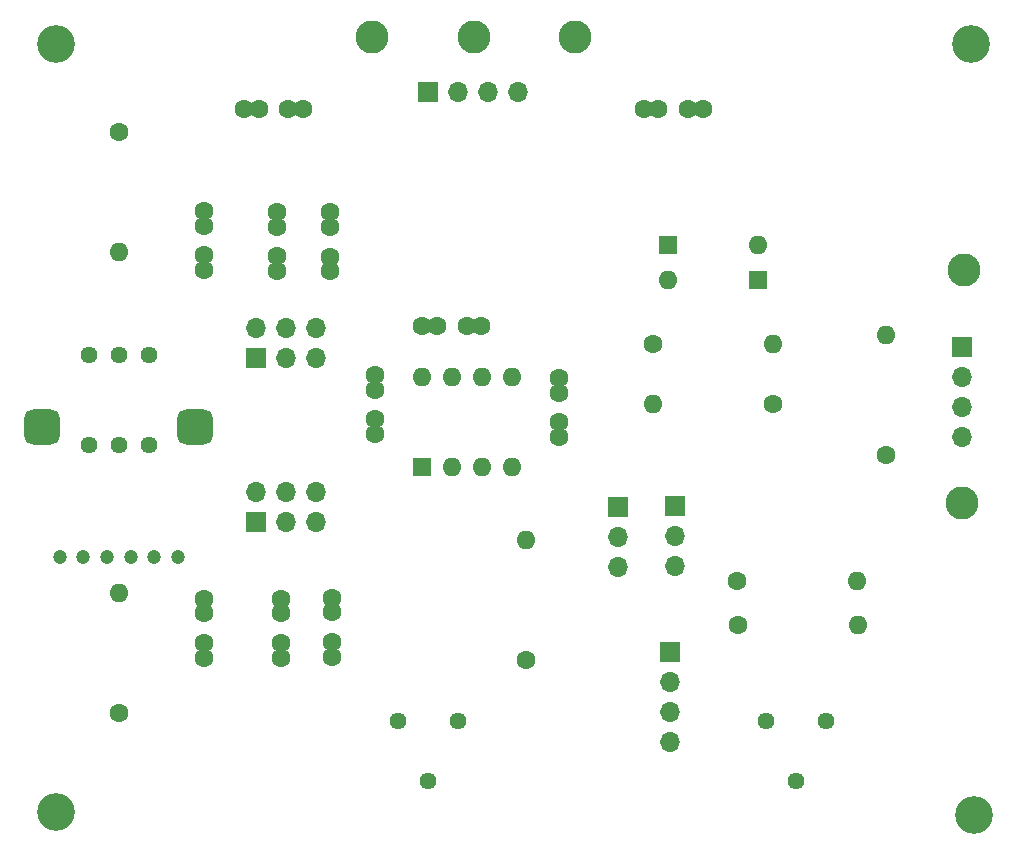
<source format=gbr>
%TF.GenerationSoftware,KiCad,Pcbnew,8.0.4*%
%TF.CreationDate,2025-02-12T17:53:24-08:00*%
%TF.ProjectId,wien_bridge_oscillator,7769656e-5f62-4726-9964-67655f6f7363,rev?*%
%TF.SameCoordinates,Original*%
%TF.FileFunction,Soldermask,Top*%
%TF.FilePolarity,Negative*%
%FSLAX46Y46*%
G04 Gerber Fmt 4.6, Leading zero omitted, Abs format (unit mm)*
G04 Created by KiCad (PCBNEW 8.0.4) date 2025-02-12 17:53:24*
%MOMM*%
%LPD*%
G01*
G04 APERTURE LIST*
G04 Aperture macros list*
%AMRoundRect*
0 Rectangle with rounded corners*
0 $1 Rounding radius*
0 $2 $3 $4 $5 $6 $7 $8 $9 X,Y pos of 4 corners*
0 Add a 4 corners polygon primitive as box body*
4,1,4,$2,$3,$4,$5,$6,$7,$8,$9,$2,$3,0*
0 Add four circle primitives for the rounded corners*
1,1,$1+$1,$2,$3*
1,1,$1+$1,$4,$5*
1,1,$1+$1,$6,$7*
1,1,$1+$1,$8,$9*
0 Add four rect primitives between the rounded corners*
20,1,$1+$1,$2,$3,$4,$5,0*
20,1,$1+$1,$4,$5,$6,$7,0*
20,1,$1+$1,$6,$7,$8,$9,0*
20,1,$1+$1,$8,$9,$2,$3,0*%
G04 Aperture macros list end*
%ADD10C,3.200000*%
%ADD11C,1.600000*%
%ADD12O,1.600000X1.600000*%
%ADD13C,2.800000*%
%ADD14R,1.600000X1.600000*%
%ADD15R,1.700000X1.700000*%
%ADD16O,1.700000X1.700000*%
%ADD17C,1.440000*%
%ADD18RoundRect,0.750000X0.750000X0.750000X-0.750000X0.750000X-0.750000X-0.750000X0.750000X-0.750000X0*%
%ADD19C,1.200000*%
G04 APERTURE END LIST*
D10*
%TO.C,H1*%
X187071000Y-59309000D03*
%TD*%
D11*
%TO.C,R4*%
X170307000Y-89789000D03*
D12*
X160147000Y-89789000D03*
%TD*%
D11*
%TO.C,C7*%
X140614400Y-83210400D03*
X141864400Y-83210400D03*
X144364400Y-83210400D03*
X145614400Y-83210400D03*
%TD*%
D13*
%TO.C,TP1*%
X136391000Y-58699400D03*
%TD*%
%TO.C,TP5*%
X186309000Y-98171000D03*
%TD*%
D14*
%TO.C,U1*%
X140614400Y-95173800D03*
D12*
X143154400Y-95173800D03*
X145694400Y-95173800D03*
X148234400Y-95173800D03*
X148234400Y-87553800D03*
X145694400Y-87553800D03*
X143154400Y-87553800D03*
X140614400Y-87553800D03*
%TD*%
D15*
%TO.C,J9*%
X157175200Y-98501200D03*
D16*
X157175200Y-101041200D03*
X157175200Y-103581200D03*
%TD*%
D14*
%TO.C,D2*%
X169037000Y-79324200D03*
D12*
X161417000Y-79324200D03*
%TD*%
D11*
%TO.C,C6*%
X130516000Y-64871600D03*
X129266000Y-64871600D03*
X126766000Y-64871600D03*
X125516000Y-64871600D03*
%TD*%
D15*
%TO.C,J10*%
X126492000Y-99796600D03*
D16*
X126492000Y-97256600D03*
X129032000Y-99796600D03*
X129032000Y-97256600D03*
X131572000Y-99796600D03*
X131572000Y-97256600D03*
%TD*%
D15*
%TO.C,J1*%
X162001200Y-98425000D03*
D16*
X162001200Y-100965000D03*
X162001200Y-103505000D03*
%TD*%
D11*
%TO.C,C4*%
X152196800Y-87597600D03*
X152196800Y-88847600D03*
X152196800Y-91347600D03*
X152196800Y-92597600D03*
%TD*%
D13*
%TO.C,TP4*%
X186436000Y-78486000D03*
%TD*%
D10*
%TO.C,H2*%
X109601000Y-59309000D03*
%TD*%
D11*
%TO.C,C5*%
X122148800Y-78465600D03*
X122148800Y-77215600D03*
X122148800Y-74715600D03*
X122148800Y-73465600D03*
%TD*%
D10*
%TO.C,H3*%
X187325000Y-124587000D03*
%TD*%
D11*
%TO.C,C1*%
X132994400Y-111205000D03*
X132994400Y-109955000D03*
X132994400Y-107455000D03*
X132994400Y-106205000D03*
%TD*%
%TO.C,C9*%
X164348800Y-64871600D03*
X163098800Y-64871600D03*
X160598800Y-64871600D03*
X159348800Y-64871600D03*
%TD*%
D15*
%TO.C,J2*%
X186309000Y-84963000D03*
D16*
X186309000Y-87503000D03*
X186309000Y-90043000D03*
X186309000Y-92583000D03*
%TD*%
D17*
%TO.C,RV1*%
X138557000Y-116662200D03*
X141097000Y-121742200D03*
X143637000Y-116662200D03*
%TD*%
D11*
%TO.C,C8*%
X128346200Y-78541800D03*
X128346200Y-77291800D03*
X128346200Y-74791800D03*
X128346200Y-73541800D03*
%TD*%
%TO.C,R1*%
X167259000Y-104800400D03*
D12*
X177419000Y-104800400D03*
%TD*%
D11*
%TO.C,C10*%
X122123200Y-111288200D03*
X122123200Y-110038200D03*
X122123200Y-107538200D03*
X122123200Y-106288200D03*
%TD*%
D18*
%TO.C,RV5*%
X108409600Y-91734000D03*
X121409600Y-91734000D03*
D19*
X111909600Y-102734000D03*
X109909600Y-102734000D03*
X119909600Y-102734000D03*
X113909600Y-102734000D03*
X115909600Y-102734000D03*
X117909600Y-102734000D03*
%TD*%
D15*
%TO.C,J6*%
X161620200Y-110794800D03*
D16*
X161620200Y-113334800D03*
X161620200Y-115874800D03*
X161620200Y-118414800D03*
%TD*%
D11*
%TO.C,R3*%
X179908200Y-94107000D03*
D12*
X179908200Y-83947000D03*
%TD*%
D11*
%TO.C,R14*%
X114935000Y-115951000D03*
D12*
X114935000Y-105791000D03*
%TD*%
D15*
%TO.C,J7*%
X126502400Y-85877400D03*
D16*
X126502400Y-83337400D03*
X129042400Y-85877400D03*
X129042400Y-83337400D03*
X131582400Y-85877400D03*
X131582400Y-83337400D03*
%TD*%
D11*
%TO.C,R6*%
X160147000Y-84759800D03*
D12*
X170307000Y-84759800D03*
%TD*%
D11*
%TO.C,C11*%
X128651000Y-111288200D03*
X128651000Y-110038200D03*
X128651000Y-107538200D03*
X128651000Y-106288200D03*
%TD*%
%TO.C,C2*%
X132765800Y-78587600D03*
X132765800Y-77337600D03*
X132765800Y-74837600D03*
X132765800Y-73587600D03*
%TD*%
D17*
%TO.C,RV3*%
X169722800Y-116662200D03*
X172262800Y-121742200D03*
X174802800Y-116662200D03*
%TD*%
D11*
%TO.C,R9*%
X114935000Y-66802000D03*
D12*
X114935000Y-76962000D03*
%TD*%
D13*
%TO.C,TP2*%
X144981000Y-58699400D03*
%TD*%
D11*
%TO.C,C3*%
X136575800Y-87352800D03*
X136575800Y-88602800D03*
X136575800Y-91102800D03*
X136575800Y-92352800D03*
%TD*%
D17*
%TO.C,RV2*%
X117449600Y-93268800D03*
X114909600Y-93268800D03*
X112369600Y-93268800D03*
X117449600Y-85648800D03*
X114909600Y-85648800D03*
X112369600Y-85648800D03*
%TD*%
D11*
%TO.C,R18*%
X149352000Y-111480600D03*
D12*
X149352000Y-101320600D03*
%TD*%
D13*
%TO.C,TP3*%
X153536000Y-58699400D03*
%TD*%
D15*
%TO.C,J5*%
X141090000Y-63398400D03*
D16*
X143630000Y-63398400D03*
X146170000Y-63398400D03*
X148710000Y-63398400D03*
%TD*%
D14*
%TO.C,D1*%
X161417000Y-76383800D03*
D12*
X169037000Y-76383800D03*
%TD*%
D10*
%TO.C,H4*%
X109601000Y-124333000D03*
%TD*%
D11*
%TO.C,R2*%
X167346000Y-108508000D03*
D12*
X177506000Y-108508000D03*
%TD*%
M02*

</source>
